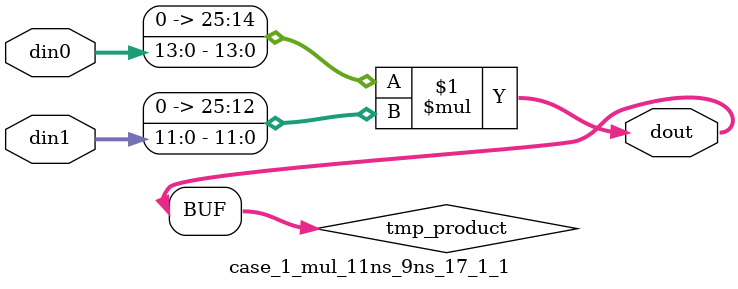
<source format=v>

`timescale 1 ns / 1 ps

 (* use_dsp = "no" *)  module case_1_mul_11ns_9ns_17_1_1(din0, din1, dout);
parameter ID = 1;
parameter NUM_STAGE = 0;
parameter din0_WIDTH = 14;
parameter din1_WIDTH = 12;
parameter dout_WIDTH = 26;

input [din0_WIDTH - 1 : 0] din0; 
input [din1_WIDTH - 1 : 0] din1; 
output [dout_WIDTH - 1 : 0] dout;

wire signed [dout_WIDTH - 1 : 0] tmp_product;
























assign tmp_product = $signed({1'b0, din0}) * $signed({1'b0, din1});











assign dout = tmp_product;





















endmodule

</source>
